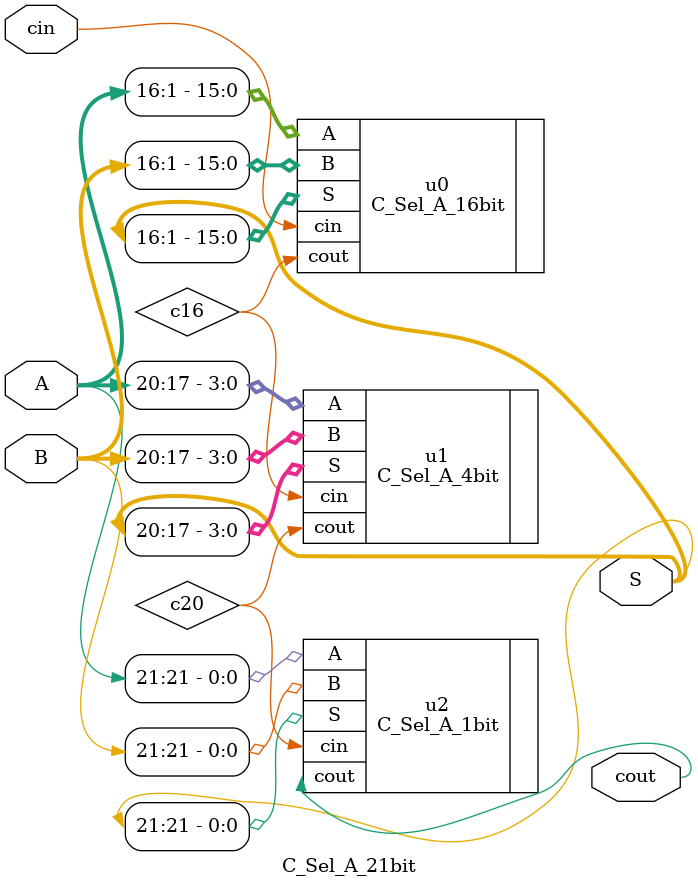
<source format=v>
module C_Sel_A_21bit #(
    parameter width=21
)(
    input wire [width:1] A,
    input wire [width:1] B,
    input wire cin,
    output wire [width:1] S,
    output wire cout
);

    wire c16;
    wire c20;

    C_Sel_A_16bit #(.width(16)) u0 (
        .A(A[16:1]),
        .B(B[16:1]),
        .cin(cin),
        .S(S[16:1]),
        .cout(c16)
    );
    C_Sel_A_4bit #(.width(4)) u1 (
        .A(A[20:17]),
        .B(B[20:17]),
        .cin(c16),
        .S(S[20:17]),
        .cout(c20)
    );
    C_Sel_A_1bit #(.width(1)) u2 (
        .A(A[21:21]),
        .B(B[21:21]),
        .cin(c20),
        .S(S[21:21]),
        .cout(cout)
    );

endmodule

</source>
